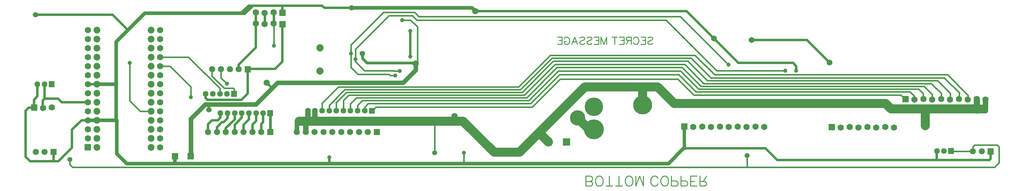
<source format=gbl>
G04 start of page 6 for group 10 layer_idx 1 *
G04 Title: AYAB-RS_E, bottom_copper *
G04 Creator: pcb-rnd 1.2.8 *
G04 CreationDate: 2018-05-30 20:35:32 UTC *
G04 For: Windell H. Oskay *
G04 Format: Gerber/RS-274X *
G04 PCB-Dimensions: 1100000 207000 *
G04 PCB-Coordinate-Origin: lower left *
%MOIN*%
%FSLAX25Y25*%
%LNBOTTOM*%
%ADD149C,0.1200*%
%ADD148C,0.1250*%
%ADD147C,0.1100*%
%ADD146C,0.1480*%
%ADD145C,0.0910*%
%ADD144C,0.0352*%
%ADD143C,0.0360*%
%ADD142C,0.0200*%
%ADD141C,0.0380*%
%ADD140C,0.0650*%
%ADD139C,0.2100*%
%ADD138C,0.0800*%
%ADD137C,0.1700*%
%ADD136C,0.2050*%
%ADD135C,0.2200*%
%ADD134C,0.0636*%
%ADD133C,0.0679*%
%ADD132C,0.0001*%
%ADD131C,0.0560*%
%ADD130C,0.0460*%
%ADD129C,0.0750*%
%ADD128C,0.0110*%
%ADD127C,0.0100*%
%ADD126C,0.0700*%
%ADD125C,0.0600*%
%ADD124C,0.0350*%
%ADD123C,0.1000*%
%ADD122C,0.0300*%
%ADD121C,0.0500*%
%ADD120C,0.0150*%
%ADD119C,0.0400*%
%ADD118C,0.0250*%
G54D118*X37000Y114000D02*X37157Y113843D01*
X56000Y95000D02*X52000Y99000D01*
X37157D01*
X37000Y114000D02*Y99000D01*
X35000Y97000D01*
X52500Y29500D02*X67500Y44500D01*
Y64500D01*
X78000Y75000D01*
X46843Y41000D02*X47000Y40843D01*
Y29500D01*
X16000Y85500D02*Y34500D01*
X25500Y97500D02*X29126Y101626D01*
Y114000D01*
X25500Y89172D02*Y97500D01*
X35000Y97000D02*Y88043D01*
X25000Y89043D02*X19500Y89000D01*
X16000Y85500D01*
X25157Y89330D02*X25500Y89672D01*
G54D119*X117000Y75000D02*Y38000D01*
X85000Y75000D02*X117000D01*
G54D118*X78000D02*X84500D01*
G54D119*X117000D02*X116500Y75500D01*
G54D118*X85000Y95000D02*X56000D01*
X85000Y115000D02*X95000D01*
G54D119*X95500D02*X116500D01*
G54D118*X112500Y192000D02*X27000D01*
G54D120*X155000Y85000D02*X143000D01*
X131500Y96500D01*
Y138500D01*
X196500Y145000D02*X165000D01*
X199000Y100500D02*Y112000D01*
X176000Y135000D01*
X165000D01*
G54D118*X219000Y92500D02*Y86000D01*
X215504Y104831D02*Y99496D01*
X217500Y97500D01*
G54D119*X116500Y162000D02*X148000Y193500D01*
G54D118*X129500Y175000D02*X112500Y192000D01*
G54D119*X148000Y193500D02*X258500D01*
G54D118*X254500D02*X252500D01*
X253500D02*X259500D01*
G54D120*X231252Y104331D02*Y110248D01*
X196500Y145000D01*
X232315Y132685D02*Y131500D01*
X222130Y131000D02*X222630Y131500D01*
X232472D02*X232500Y122000D01*
X239000Y115500D01*
X236000Y110500D02*X222565Y124065D01*
Y131435D01*
G54D118*X223378Y93122D02*X223500Y93000D01*
X271000Y183000D02*Y193000D01*
X281000D02*Y183000D01*
X270972Y155528D02*Y182287D01*
G54D120*X291000Y182000D02*X290500Y182500D01*
G54D118*X291000Y183000D02*Y193000D01*
X300500Y140000D02*Y181500D01*
G54D120*X291000Y157500D02*Y182000D01*
G54D118*X300500Y194000D02*Y202000D01*
X263000D02*X254500Y193500D01*
X259500D02*X268000Y202000D01*
X265500D01*
X258000Y194500D01*
X263000Y202000D02*X344500D01*
X347000Y199500D01*
X262000Y104500D02*Y131500D01*
X252000Y136500D02*X271000Y155500D01*
X252000Y131500D02*Y136500D01*
X271000Y155500D02*X270972Y155528D01*
G54D121*X295000Y116500D02*X271000Y92500D01*
G54D118*X283000Y116500D02*X289000Y110500D01*
X262500Y132000D02*X292500D01*
G54D121*X215000Y92500D02*X271000D01*
G54D118*X217500Y97500D02*X255000D01*
X262000Y104500D01*
G54D120*X247000Y104331D02*Y109500D01*
X246000Y110500D01*
X236000D01*
X399500Y85000D02*X404000Y89500D01*
X391626Y85000D02*Y89626D01*
X395500Y93500D01*
X424000D01*
D03*
X575500D02*X424000D01*
X562000Y112000D02*X488500D01*
X489000D02*X362500D01*
G54D121*X434000Y116500D02*X295000D01*
G54D120*X368004Y85000D02*Y97004D01*
X374000Y103000D01*
X371500Y106000D02*X360130Y94630D01*
Y85000D01*
X352256D02*Y91756D01*
X383752Y85000D02*Y91752D01*
X375878Y93378D02*Y85000D01*
X352256Y91756D02*X369500Y109000D01*
X362500Y112000D02*X344382Y93882D01*
Y85000D01*
G54D118*X292500Y132000D02*X300500Y140000D01*
G54D120*X383752Y91752D02*X389000Y97000D01*
X382500Y100000D02*X375878Y93378D01*
X376500Y133500D02*X384000Y126000D01*
X381500Y140000D02*X391500Y130000D01*
X418500Y126000D02*X384000D01*
X391500Y130000D02*X423000D01*
X423500Y129500D02*X430500D01*
G54D122*X447500Y138500D02*X394000D01*
G54D120*X420000Y124500D02*X418500Y126000D01*
X420000Y124500D02*X425500D01*
X423000Y130000D02*X423500Y129500D01*
G54D118*X442000Y145500D02*Y174000D01*
G54D120*X450000Y178500D02*X442500Y186000D01*
X433000D01*
G54D121*X448000Y130500D02*X434000Y116500D01*
X448000Y137500D02*Y130500D01*
G54D118*Y138000D02*X447500Y138500D01*
X448000Y138000D02*X449000Y139000D01*
G54D120*X449500Y186000D02*X444500Y191000D01*
X418500D01*
X451500Y190000D02*X447000Y194500D01*
X412500D01*
G54D122*X394000Y138500D02*X389000Y143500D01*
Y149000D01*
G54D120*X381500Y143000D02*Y154000D01*
X376500Y158500D02*Y133500D01*
X381500Y142500D02*Y140000D01*
G54D118*X347000Y199500D02*X377000D01*
G54D120*X381500Y154000D02*X418500Y191000D01*
X412500Y194500D02*X376500Y158500D01*
G54D119*X377000Y199500D02*X510500D01*
X514000Y196000D01*
G54D120*X448000Y138000D02*X450000Y140000D01*
Y178500D01*
X389000Y97000D02*X520000D01*
X513500Y100000D02*X382500D01*
X374000Y103000D02*X507000D01*
X501500Y106000D02*X371500D01*
X369500Y109000D02*X495500D01*
X564000D01*
X566000Y106000D02*X501500D01*
X506500Y103000D02*X568500D01*
X571000Y100000D02*X513500D01*
X520000Y97000D02*X573500D01*
X404000Y89500D02*X577000D01*
X451500Y190000D02*X741000D01*
X725500Y186000D02*X449500D01*
G54D118*X514000Y196000D02*X748000D01*
G54D120*X604500Y133500D02*X571000Y100000D01*
X568500Y103000D02*X602500Y137000D01*
X600500Y140500D02*X566000Y106000D01*
X564000Y109000D02*X599000Y144000D01*
X577000Y89500D02*X608000Y120500D01*
X607500Y125500D02*X575500Y93500D01*
X573500Y97000D02*X606000Y129500D01*
X597000Y147000D02*X562000Y112000D01*
X608000Y120500D02*X738500D01*
X758500Y106500D02*X739500Y125500D01*
X741500Y129500D02*X761500Y109500D01*
X749500Y140500D02*X771000Y119000D01*
X746000Y137000D02*X767200Y115800D01*
X764000Y112500D02*X743000Y133500D01*
X753000Y144000D02*X775000Y122000D01*
X779000Y125500D02*X757500Y147000D01*
X741000Y190000D02*X794500Y136500D01*
G54D118*X748000Y196000D02*X778500Y165500D01*
X805500Y138500D01*
G54D120*X738500Y120500D02*X756000Y103000D01*
G54D123*X734500Y93500D02*X716000Y112000D01*
X699500Y92000D02*Y112000D01*
G54D120*X725500Y186000D02*X781500Y130000D01*
X739500Y125500D02*X607500D01*
X606000Y129500D02*X741500D01*
X743000Y133500D02*X604500D01*
X757500Y147000D02*X597000D01*
X602500Y137000D02*X746000D01*
X749500Y140500D02*X600500D01*
X599000Y144000D02*X753000D01*
G54D118*X805500Y138500D02*X866000D01*
X869500Y135000D01*
Y130000D01*
X906500Y139000D02*X881500Y164000D01*
X820500D01*
G54D119*X117000Y38000D02*X128000Y27000D01*
X116500Y75500D02*Y162000D01*
X181500Y35000D02*Y27000D01*
G54D121*X199000Y35000D02*Y76500D01*
G54D118*X227945Y67445D02*X233500Y73000D01*
X229000Y75000D02*X222500D01*
X218102Y70602D01*
Y62000D01*
X247630Y70130D02*Y62000D01*
Y76130D02*X237787Y66287D01*
Y62000D01*
X227945D02*Y67445D01*
X233500Y73000D02*X235500D01*
X239756Y77256D01*
X231882Y77882D02*X229000Y75000D01*
X271252Y74252D02*X267315Y70315D01*
Y62000D01*
X263378Y75878D02*X257472Y69972D01*
Y62000D01*
G54D119*X326343D02*X326500Y62157D01*
G54D121*X316500Y62000D02*Y73993D01*
G54D118*X277157Y62000D02*Y71157D01*
X279126Y73126D01*
X255504Y78004D02*X247630Y70130D01*
G54D120*X469000Y39000D02*Y74500D01*
G54D119*X395157Y63000D02*X395000Y62843D01*
G54D120*X501500Y27000D02*Y39000D01*
G54D118*X352500Y34000D02*Y27000D01*
X745000Y44000D02*X835300D01*
G54D119*X728000Y27000D02*X745500Y44500D01*
G54D118*X848500Y31000D02*X835500Y44000D01*
X834500D01*
G54D123*X500500Y74000D02*X319000D01*
G54D119*X336508Y74492D02*X337000Y74000D01*
X328634Y74134D02*X328500Y74000D01*
G54D123*X640000Y65000D02*X645500D01*
G54D120*X745630Y68000D02*X745500Y67870D01*
G54D124*Y44000D01*
G54D123*X595000Y51000D02*X585250Y60750D01*
G54D119*Y61750D01*
G54D121*X199000Y76500D02*X215000Y92500D01*
G54D118*X263378Y83000D02*Y75878D01*
X255504Y83000D02*Y78004D01*
X247630Y83000D02*Y76130D01*
X239756Y77256D02*Y83000D01*
X231882D02*Y77882D01*
G54D125*X336508Y85000D02*Y74492D01*
G54D118*X279126Y73126D02*Y83000D01*
X271252D02*Y74252D01*
G54D125*X328634Y85000D02*Y74134D01*
X326500Y62157D02*Y74500D01*
G54D122*X287000Y83000D02*Y62000D01*
G54D123*X500500Y74000D02*X535000Y39500D01*
X563000D01*
X635500Y112000D01*
X716000D01*
X627500Y77500D02*X640000Y65000D01*
G54D120*X815000Y36000D02*Y23000D01*
G54D118*X1083500Y31000D02*X848500D01*
G54D120*X995500Y106500D02*X758500D01*
X761500Y109500D02*X1005000D01*
X1010000Y104500D02*Y98000D01*
X756000Y103000D02*X985500D01*
X990000Y98500D01*
G54D123*X734500Y93500D02*X968500D01*
G54D120*X1000000Y98000D02*Y102000D01*
X995500Y106500D01*
X1005000Y109500D02*X1010000Y104500D01*
X1040000Y98000D02*Y105000D01*
G54D123*X974500Y87500D02*X1070000D01*
G54D120*X1020000Y98000D02*Y103500D01*
X1030000Y105000D02*Y98000D01*
G54D119*X1069370Y87630D02*X1069500Y87500D01*
X1066000D02*X1068750Y90250D01*
G54D118*X1066000Y87500D02*X1069750Y83750D01*
G54D120*X1059685Y98000D02*Y102815D01*
G54D126*X1069370Y98500D02*Y87630D01*
G54D120*X1050000Y105500D02*Y98000D01*
G54D123*X974000Y88000D02*X968500Y93500D01*
G54D119*X1069500Y87500D02*X1075500D01*
X1068750Y90250D02*X1078250D01*
X1078000Y84500D02*X1069000D01*
G54D121*X1075500Y87500D02*X1079213Y91213D01*
G54D125*Y97713D01*
Y85713D01*
G54D119*X1078000Y84500D01*
G54D120*X1020000Y103500D02*X1011000Y112500D01*
X764000D01*
X767200Y115800D02*X1019200D01*
X775000Y122000D02*X1033500D01*
X771000Y119000D02*X1026000D01*
X779000Y125500D02*X1037000D01*
X781500Y130000D02*X857500D01*
X1019200Y115800D02*X1030000Y105000D01*
X1033500Y122000D02*X1050000Y105500D01*
X1040000Y105000D02*X1026000Y119000D01*
X1059685Y102815D02*X1037000Y125500D01*
X1065157Y40000D02*Y45657D01*
X1094000Y28000D02*Y45500D01*
X1092000Y47500D01*
X1067000D02*X1092000D01*
G54D118*X1084843Y40000D02*Y32343D01*
X1083500Y31000D01*
G54D120*X1065157Y45657D02*X1067000Y47500D01*
G54D123*X1012500Y87500D02*Y69000D01*
G54D118*X1041248Y40500D02*X1041000Y40252D01*
X1025000Y40500D02*Y31000D01*
G54D120*X1040748Y40500D02*X1065157D01*
G54D119*X128000Y27000D02*X728000D01*
G54D120*X68000Y23000D02*X1089000D01*
X1094000Y28000D01*
X65000Y31500D02*Y26000D01*
X68000Y23000D01*
G54D118*X16000Y34500D02*X21000Y29500D01*
X52500D01*
G54D127*X705008Y166262D02*X705793Y167047D01*
X706969Y167440D01*
X708539D01*
X709717Y167047D01*
X710500Y166262D01*
Y165479D02*Y166262D01*
Y165479D02*X710111Y164692D01*
X709717Y164301D01*
X708930Y163909D01*
X706576Y163124D01*
X705793Y162731D01*
X705402Y162339D01*
X705008Y161555D01*
Y160376D02*Y161555D01*
Y160376D02*X705793Y159593D01*
X706969Y159200D01*
X708539D01*
X709717Y159593D01*
X710500Y160376D01*
X702536Y159200D02*Y167440D01*
X697435D02*X702536D01*
X699399Y163516D02*X702536D01*
X697435Y159200D02*X702536D01*
X689078Y165479D02*X689472Y166262D01*
X690256Y167047D01*
X691039Y167440D01*
X692611D01*
X693394Y167047D01*
X694181Y166262D01*
X694572Y165479D01*
X694963Y164301D01*
Y162337D02*Y164301D01*
Y162337D02*X694572Y161161D01*
X694181Y160376D01*
X693394Y159593D01*
X692611Y159200D01*
X691039D02*X692611D01*
X691039D02*X690256Y159593D01*
X689472Y160376D01*
X689078Y161161D01*
X686606Y159200D02*Y167440D01*
X683075D02*X686606D01*
X683075D02*X681899Y167047D01*
X681505Y166655D01*
X681114Y165870D01*
Y165085D02*Y165870D01*
Y165085D02*X681505Y164301D01*
X681899Y163909D01*
X683075Y163516D01*
X686606D01*
X683860D02*X681114Y159200D01*
X678642D02*Y167440D01*
X673542D02*X678642D01*
X675505Y163516D02*X678642D01*
X673542Y159200D02*X678642D01*
X668324D02*Y167440D01*
X665578D02*X671070D01*
X659398Y159200D02*Y167440D01*
X656260Y159200D01*
X653119Y167440D02*X656260Y159200D01*
X653119D02*Y167440D01*
X650647Y159200D02*Y167440D01*
X645546D02*X650647D01*
X647509Y163516D02*X650647D01*
X645546Y159200D02*X650647D01*
X637582Y166262D02*X638367Y167047D01*
X639543Y167440D01*
X641113D01*
X642291Y167047D01*
X643074Y166262D01*
Y165479D02*Y166262D01*
Y165479D02*X642685Y164692D01*
X642291Y164301D01*
X641504Y163909D01*
X639150Y163124D01*
X638367Y162731D01*
X637976Y162339D01*
X637582Y161555D01*
Y160376D02*Y161555D01*
Y160376D02*X638367Y159593D01*
X639543Y159200D01*
X641113D01*
X642291Y159593D01*
X643074Y160376D01*
X629618Y166262D02*X630403Y167047D01*
X631579Y167440D01*
X633149D01*
X634327Y167047D01*
X635110Y166262D01*
Y165479D02*Y166262D01*
Y165479D02*X634721Y164692D01*
X634327Y164301D01*
X633540Y163909D01*
X631186Y163124D01*
X630403Y162731D01*
X630012Y162339D01*
X629618Y161555D01*
Y160376D02*Y161555D01*
Y160376D02*X630403Y159593D01*
X631579Y159200D01*
X633149D01*
X634327Y159593D01*
X635110Y160376D01*
X624007Y167440D02*X627146Y159200D01*
X624007Y167440D02*X620867Y159200D01*
X622044Y161946D02*X625968D01*
X612510Y165479D02*X612903Y166262D01*
X613686Y167047D01*
X614471Y167440D01*
X616041D01*
X616826Y167047D01*
X617610Y166262D01*
X618002Y165479D01*
X618395Y164301D01*
Y162337D02*Y164301D01*
Y162337D02*X618002Y161161D01*
X617610Y160376D01*
X616826Y159593D01*
X616041Y159200D01*
X614471D02*X616041D01*
X614471D02*X613686Y159593D01*
X612903Y160376D01*
X612510Y161161D01*
Y162337D01*
X614471D01*
X610038Y159200D02*Y167440D01*
X604937D02*X610038D01*
X606900Y163516D02*X610038D01*
X604937Y159200D02*X610038D01*
G54D128*X636500Y2250D02*Y13250D01*
Y2250D02*X641214D01*
X642784Y2775D01*
X643309Y3298D01*
X643832Y4348D01*
Y5393D01*
X643309Y6441D01*
X642784Y6966D01*
X641214Y7489D01*
X636500D02*X641214D01*
X642784Y8011D01*
X643309Y8536D01*
X643832Y9584D01*
Y11154D01*
X643309Y12205D01*
X642784Y12725D01*
X641214Y13250D01*
X636500D02*X641214D01*
X650272Y2250D02*X649227Y2775D01*
X648177Y3823D01*
X647654Y4868D01*
X647132Y6441D01*
Y9059D01*
X647654Y10635D01*
Y10632D02*X648177Y11680D01*
X649227Y12725D01*
X650272Y13250D01*
X652370D01*
X653415Y12725D01*
X654463Y11680D01*
X654988Y10632D01*
X655508Y9059D01*
Y6441D02*Y9059D01*
Y6441D02*X654988Y4868D01*
X654463Y3823D01*
X653415Y2775D01*
X652370Y2250D01*
X650272D02*X652370D01*
X662474D02*Y13250D01*
X658808Y2250D02*X666140D01*
X673105D02*Y13250D01*
X669440Y2250D02*X676771D01*
X683212D02*X682167Y2775D01*
X681116Y3823D01*
X680594Y4868D01*
X680071Y6441D01*
Y9059D01*
X680594Y10635D01*
Y10632D02*X681116Y11680D01*
X682167Y12725D01*
X683212Y13250D01*
X685310D01*
X686355Y12725D01*
X687403Y11680D01*
X687928Y10632D01*
X688448Y9059D01*
Y6441D02*Y9059D01*
Y6441D02*X687928Y4868D01*
X687403Y3823D01*
X686355Y2775D01*
X685310Y2250D01*
X683212D02*X685310D01*
X691748D02*Y13250D01*
Y2250D02*X695936Y13250D01*
X700130Y2250D02*X695936Y13250D01*
X700130Y2250D02*Y13250D01*
X716236Y4868D02*X715711Y3823D01*
X714663Y2775D01*
X713618Y2250D01*
X711520D02*X713618D01*
X711520D02*X710475Y2775D01*
X709425Y3823D01*
X708902Y4868D01*
X708380Y6441D01*
Y9062D01*
X708902Y10632D01*
X709425Y11680D01*
X710475Y12725D01*
X711520Y13250D01*
X713618D01*
X714663Y12725D01*
X715711Y11680D01*
X716236Y10632D01*
X722677Y2250D02*X721632Y2775D01*
X720581Y3823D01*
X720059Y4868D01*
X719536Y6441D01*
Y9059D01*
X720059Y10635D01*
Y10632D02*X720581Y11680D01*
X721632Y12725D01*
X722677Y13250D01*
X724775D01*
X725820Y12725D01*
X726868Y11680D01*
X727393Y10632D01*
X727913Y9059D01*
Y6441D02*Y9059D01*
Y6441D02*X727393Y4868D01*
X726868Y3823D01*
X725820Y2775D01*
X724775Y2250D01*
X722677D02*X724775D01*
X731213D02*Y13250D01*
Y2250D02*X735926D01*
X737497Y2775D01*
X738022Y3298D01*
X738544Y4346D01*
Y5918D01*
X738022Y6964D01*
X737497Y7489D01*
X735926Y8011D01*
X731213D02*X735926D01*
X741844Y2250D02*Y13250D01*
Y2250D02*X746558D01*
X748128Y2775D01*
X748653Y3298D01*
X749176Y4346D01*
Y5918D01*
X748653Y6964D01*
X748128Y7489D01*
X746558Y8011D01*
X741844D02*X746558D01*
X752476Y2250D02*Y13250D01*
Y2250D02*X759285D01*
X752476Y7489D02*X756664D01*
X752476Y13250D02*X759285D01*
X762585Y2250D02*Y13250D01*
Y2250D02*X767298D01*
X768869Y2775D01*
X769394Y3298D01*
X769916Y4346D01*
Y5393D01*
X769394Y6441D01*
X768869Y6964D01*
X767298Y7489D01*
X762585D02*X767298D01*
X766251D02*X769916Y13250D01*
G54D126*X85000Y115000D03*
Y125000D03*
Y135000D03*
G54D129*X95000Y125000D03*
Y135000D03*
G54D130*X131500Y138500D03*
G54D126*X85000Y85000D03*
Y95000D03*
Y105000D03*
G54D129*X95000Y85000D03*
Y95000D03*
Y105000D03*
Y115000D03*
G54D126*X85000Y65000D03*
Y75000D03*
G54D131*X65000Y31500D03*
G54D132*G36*
X81500Y48500D02*X88500D01*
Y41500D01*
X81500D01*
Y48500D01*
G37*
G54D126*X85000Y55000D03*
G54D129*X95000Y45000D03*
Y55000D03*
Y65000D03*
Y75000D03*
G54D126*X165000Y135000D03*
Y125000D03*
Y115000D03*
Y105000D03*
Y95000D03*
Y85000D03*
G54D129*X155000Y135000D03*
Y125000D03*
Y115000D03*
Y105000D03*
Y95000D03*
Y85000D03*
G54D133*X232472Y131500D03*
X222630D03*
G54D134*X231252Y104331D03*
X223378D03*
G54D133*X252157Y131500D03*
X242315D03*
G54D134*X239126Y104331D03*
X215504D03*
X231882Y83000D03*
G54D132*G36*
X243819Y107512D02*X250181D01*
Y101150D01*
X243819D01*
Y107512D01*
G37*
G54D134*X247630Y83000D03*
X239756D03*
X263378D03*
X255504D03*
X279126D03*
X271252D03*
G54D126*X283000Y116500D03*
G54D132*G36*
X258606Y134894D02*X265394D01*
Y128106D01*
X258606D01*
Y134894D01*
G37*
G54D126*X165000Y75000D03*
G54D129*X155000D03*
G54D126*X165000Y65000D03*
G54D129*X155000D03*
G54D133*X218102Y62000D03*
X247630D03*
X237787D03*
X227945D03*
X277157D03*
X267315D03*
X257472D03*
G54D126*X165000Y55000D03*
G54D129*X155000D03*
G54D126*X165000Y45000D03*
G54D129*X155000D03*
G54D132*G36*
X178000Y38500D02*X185000D01*
Y31500D01*
X178000D01*
Y38500D01*
G37*
G36*
X195500D02*X202500D01*
Y31500D01*
X195500D01*
Y38500D01*
G37*
G54D125*X219000Y86500D03*
G54D130*X199000Y100500D03*
X239000Y115500D03*
G54D132*G36*
X283606Y65393D02*X290394D01*
Y58607D01*
X283606D01*
Y65393D01*
G37*
G36*
X283819Y86181D02*X290181D01*
Y79819D01*
X283819D01*
Y86181D01*
G37*
G54D130*X501500Y39000D03*
G54D131*X469000D03*
G54D126*X491000Y79500D03*
G54D132*G36*
X611000Y55000D02*X619000D01*
Y47000D01*
X611000D01*
Y55000D01*
G37*
G36*
X591000D02*X599000D01*
Y47000D01*
X591000D01*
Y55000D01*
G37*
G54D135*X645500Y65000D03*
G54D136*Y90000D03*
G54D137*X627500Y77500D03*
G54D130*X857500Y130000D03*
G54D126*X755473Y67606D03*
G54D132*G36*
X742130Y71500D02*X749130D01*
Y64500D01*
X742130D01*
Y71500D01*
G37*
G54D126*X765315Y68000D03*
X775158Y67606D03*
X785000Y68000D03*
X794843Y67606D03*
X804685Y68000D03*
X814528Y67606D03*
X824370Y68000D03*
X834213Y67606D03*
G54D133*X375555Y62000D03*
G54D132*G36*
X396319Y88681D02*X402681D01*
Y82319D01*
X396319D01*
Y88681D01*
G37*
G54D134*X391626Y85500D03*
X383752D03*
G54D132*G36*
X401690Y65393D02*X408476D01*
Y58607D01*
X401690D01*
Y65393D01*
G37*
G54D133*X395240Y62000D03*
X385398D03*
G54D134*X375878Y85500D03*
G54D133*X365713Y62000D03*
G54D134*X368004Y85500D03*
X360130D03*
X352256D03*
G54D133*X355870Y62000D03*
X346028D03*
G54D134*X344382Y85500D03*
X336508D03*
X328634D03*
G54D133*X336185Y62000D03*
X326343D03*
X316500D03*
G54D130*X352500Y34000D03*
G54D138*X342000Y129700D03*
G54D126*X448000Y138000D03*
G54D130*X425500Y124500D03*
X430500Y129500D03*
X869500Y130000D03*
X794500Y136500D03*
G54D132*G36*
X905500Y71000D02*X912500D01*
Y64000D01*
X905500D01*
Y71000D01*
G37*
G36*
X987130Y102000D02*X994130D01*
Y95000D01*
X987130D01*
Y102000D01*
G37*
G54D126*X918843Y67106D03*
X928685Y67500D03*
X938528Y67106D03*
X948370Y67500D03*
X958213Y67106D03*
X968055Y67500D03*
X977898Y67106D03*
G54D133*X1065158Y40500D03*
G54D132*G36*
X1037819Y44181D02*X1044181D01*
Y37819D01*
X1037819D01*
Y44181D01*
G37*
G54D134*X1033126Y41000D03*
X1025252D03*
G54D126*X1000473Y98106D03*
X1010315Y98500D03*
X1020158Y98106D03*
X1030000Y98500D03*
X1039843Y98106D03*
X1049685Y98500D03*
X1059528Y98106D03*
X1069370Y98500D03*
G54D133*X1075000Y40500D03*
G54D126*X1079213Y98106D03*
G54D132*G36*
X1081450Y43894D02*X1088236D01*
Y37106D01*
X1081450D01*
Y43894D01*
G37*
G54D139*X699500Y92000D03*
G54D140*X778500Y165500D03*
G54D131*X815000Y36000D03*
G54D140*X906500Y139000D03*
X820000Y164000D03*
G54D126*X1012500Y69000D03*
G54D125*X377000Y199500D03*
G54D130*X381500Y142500D03*
X376500Y149000D03*
G54D138*X342000Y155300D03*
G54D130*X442000Y174000D03*
Y145500D03*
X433000Y186000D03*
G54D126*X514000Y196000D03*
G54D132*G36*
X297000Y197500D02*X304000D01*
Y190500D01*
X297000D01*
Y197500D01*
G37*
G36*
Y185000D02*X304000D01*
Y178000D01*
X297000D01*
Y185000D01*
G37*
G54D126*X290657Y194787D03*
Y182287D03*
X280815Y194000D03*
Y181500D03*
X270972Y194787D03*
Y182287D03*
X85000Y165000D03*
Y175000D03*
Y145000D03*
Y155000D03*
G54D129*X95000Y145000D03*
Y155000D03*
Y165000D03*
Y175000D03*
G54D130*X291000Y157500D03*
G54D125*X389000Y149000D03*
G54D126*X165000Y175000D03*
G54D129*X155000D03*
G54D126*X165000Y165000D03*
G54D129*X155000D03*
G54D126*X165000Y155000D03*
G54D129*X155000D03*
G54D126*X165000Y145000D03*
G54D129*X155000D03*
G54D125*X27000Y192000D03*
G54D132*G36*
X22000Y92672D02*X29000D01*
Y85672D01*
X22000D01*
Y92672D01*
G37*
G36*
X43606Y43394D02*X50394D01*
Y36606D01*
X43606D01*
Y43394D01*
G37*
G54D133*X37157Y40000D03*
X27315D03*
G54D126*X35343Y88778D03*
X45185Y89172D03*
G54D132*G36*
X41693Y118181D02*X48055D01*
Y111819D01*
X41693D01*
Y118181D01*
G37*
G54D134*X37000Y115000D03*
X29126D03*
G54D141*G54D142*G54D141*G54D142*G54D141*G54D143*G54D144*G54D143*G54D144*G54D124*G54D143*G54D141*G54D143*G54D141*G54D145*G54D124*G54D142*G54D143*G54D144*G54D146*G54D142*G54D124*G54D141*G54D147*G54D148*G54D147*G54D142*G54D143*G54D144*G54D143*G54D144*G54D143*G54D144*G54D143*G54D144*G54D143*G54D145*G54D142*G54D122*G54D143*G54D142*G54D149*G54D143*G54D144*G54D143*G54D146*G54D147*G54D124*G54D142*G54D124*G54D143*G54D146*G54D149*G54D124*G54D142*G54D122*G54D142*G54D143*G54D146*G54D143*G54D146*G54D141*G54D142*G54D124*G54D141*G54D124*G54D143*G54D146*G54D143*G54D144*M02*

</source>
